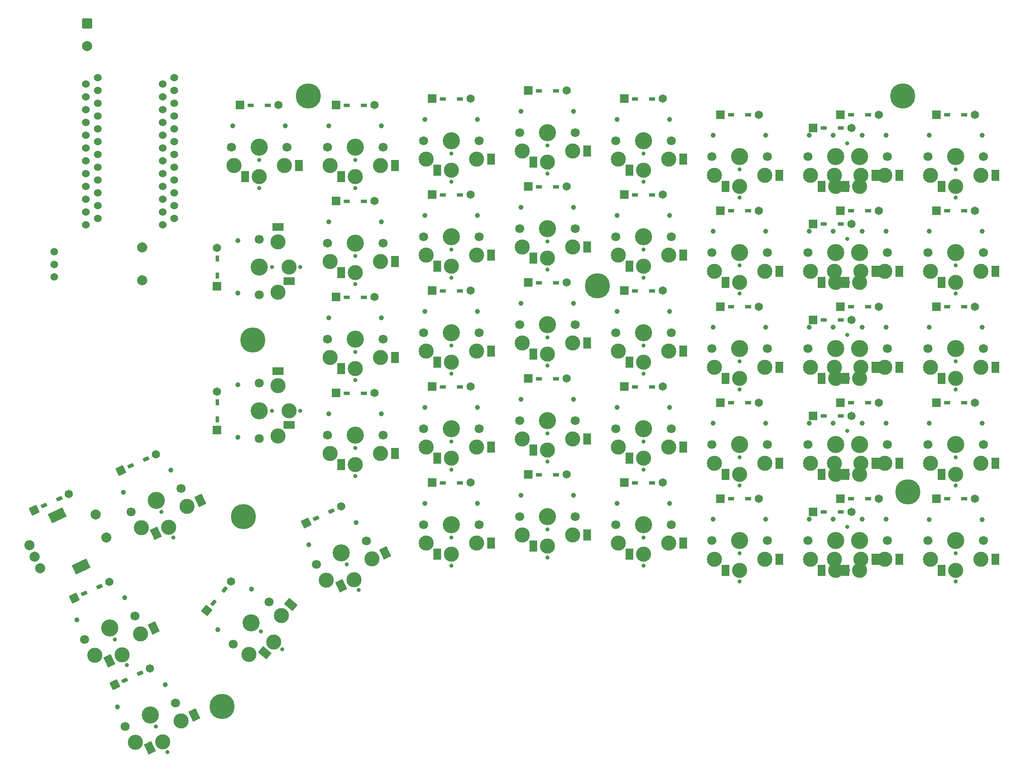
<source format=gts>
%TF.GenerationSoftware,KiCad,Pcbnew,(6.0.5)*%
%TF.CreationDate,2022-08-07T14:06:45-06:00*%
%TF.ProjectId,ErgoDOX,4572676f-444f-4582-9e6b-696361645f70,rev?*%
%TF.SameCoordinates,Original*%
%TF.FileFunction,Soldermask,Top*%
%TF.FilePolarity,Negative*%
%FSLAX46Y46*%
G04 Gerber Fmt 4.6, Leading zero omitted, Abs format (unit mm)*
G04 Created by KiCad (PCBNEW (6.0.5)) date 2022-08-07 14:06:45*
%MOMM*%
%LPD*%
G01*
G04 APERTURE LIST*
G04 Aperture macros list*
%AMRoundRect*
0 Rectangle with rounded corners*
0 $1 Rounding radius*
0 $2 $3 $4 $5 $6 $7 $8 $9 X,Y pos of 4 corners*
0 Add a 4 corners polygon primitive as box body*
4,1,4,$2,$3,$4,$5,$6,$7,$8,$9,$2,$3,0*
0 Add four circle primitives for the rounded corners*
1,1,$1+$1,$2,$3*
1,1,$1+$1,$4,$5*
1,1,$1+$1,$6,$7*
1,1,$1+$1,$8,$9*
0 Add four rect primitives between the rounded corners*
20,1,$1+$1,$2,$3,$4,$5,0*
20,1,$1+$1,$4,$5,$6,$7,0*
20,1,$1+$1,$6,$7,$8,$9,0*
20,1,$1+$1,$8,$9,$2,$3,0*%
%AMRotRect*
0 Rectangle, with rotation*
0 The origin of the aperture is its center*
0 $1 length*
0 $2 width*
0 $3 Rotation angle, in degrees counterclockwise*
0 Add horizontal line*
21,1,$1,$2,0,0,$3*%
G04 Aperture macros list end*
%ADD10C,3.000000*%
%ADD11C,1.800000*%
%ADD12C,3.400000*%
%ADD13C,1.000000*%
%ADD14R,1.600000X2.200000*%
%ADD15C,0.800000*%
%ADD16C,1.651000*%
%ADD17RoundRect,0.051100X0.553900X0.313900X-0.553900X0.313900X-0.553900X-0.313900X0.553900X-0.313900X0*%
%ADD18R,1.651000X1.651000*%
%ADD19R,2.200000X1.600000*%
%ADD20RoundRect,0.051100X-0.313900X0.553900X-0.313900X-0.553900X0.313900X-0.553900X0.313900X0.553900X0*%
%ADD21RotRect,1.600000X2.200000X205.000000*%
%ADD22RoundRect,0.051100X0.369344X0.518578X-0.634664X0.050402X-0.369344X-0.518578X0.634664X-0.050402X0*%
%ADD23RotRect,1.651000X1.651000X205.000000*%
%ADD24RotRect,1.600000X2.200000X230.000000*%
%ADD25RoundRect,0.051100X0.115579X0.626083X-0.596501X-0.222541X-0.115579X-0.626083X0.596501X0.222541X0*%
%ADD26RotRect,1.651000X1.651000X230.000000*%
%ADD27C,2.000000*%
%ADD28RotRect,3.200000X2.000000X25.000000*%
%ADD29C,5.000000*%
%ADD30C,1.524000*%
%ADD31RoundRect,0.250000X-0.750000X0.750000X-0.750000X-0.750000X0.750000X-0.750000X0.750000X0.750000X0*%
%ADD32C,1.500000*%
G04 APERTURE END LIST*
D10*
%TO.C,SW1:13*%
X186690500Y-149102660D03*
D11*
X192190500Y-143202660D03*
X196952500Y-143202660D03*
D10*
X191452500Y-149102660D03*
D12*
X191452500Y-143202660D03*
D13*
X186232500Y-139002660D03*
X181470500Y-139002660D03*
D10*
X196452500Y-146902660D03*
D11*
X181190500Y-143202660D03*
D10*
X191690500Y-146902660D03*
D13*
X196672500Y-139002660D03*
X191910500Y-139002660D03*
D10*
X181690500Y-146902660D03*
D11*
X185952500Y-143202660D03*
D10*
X186452500Y-146902660D03*
D12*
X186690500Y-143202660D03*
D14*
X194590500Y-146902660D03*
X199352500Y-146902660D03*
D15*
X188982500Y-140532660D03*
D14*
X188652500Y-149102660D03*
D15*
X189152500Y-149152660D03*
D14*
X183890500Y-149102660D03*
D16*
X189812500Y-137502660D03*
D17*
X193132500Y-134908660D03*
X187682500Y-137539860D03*
D16*
X195262500Y-134871460D03*
D18*
X182192500Y-137502660D03*
D17*
X189772500Y-134908660D03*
D18*
X187642500Y-134871460D03*
D17*
X184322500Y-137539860D03*
%TD*%
D10*
%TO.C,SW1:10*%
X129540000Y-144330000D03*
D11*
X124040000Y-138430000D03*
D12*
X129540000Y-138430000D03*
D11*
X135040000Y-138430000D03*
D10*
X124540000Y-142130000D03*
D13*
X134760000Y-134230000D03*
X124320000Y-134230000D03*
D10*
X134540000Y-142130000D03*
D14*
X137440000Y-142130000D03*
D15*
X129540000Y-140970000D03*
X129540000Y-146558000D03*
D14*
X126740000Y-144330000D03*
D17*
X131220000Y-130136000D03*
D16*
X133350000Y-130098800D03*
D17*
X127860000Y-130136000D03*
D18*
X125730000Y-130098800D03*
%TD*%
D12*
%TO.C,SW1:9*%
X110490000Y-140027660D03*
D11*
X115990000Y-140027660D03*
D13*
X105270000Y-135827660D03*
D10*
X105490000Y-143727660D03*
D11*
X104990000Y-140027660D03*
D13*
X115710000Y-135827660D03*
D10*
X110490000Y-145927660D03*
X115490000Y-143727660D03*
D15*
X110490000Y-142567660D03*
D14*
X118390000Y-143727660D03*
X107690000Y-145927660D03*
D15*
X110490000Y-148155660D03*
D17*
X112170000Y-131733660D03*
D16*
X114300000Y-131696460D03*
D18*
X106680000Y-131696460D03*
D17*
X108810000Y-131733660D03*
%TD*%
D10*
%TO.C,SW2:13*%
X181690500Y-127852660D03*
X196452500Y-127852660D03*
D13*
X191910500Y-119952660D03*
D11*
X196952500Y-124152660D03*
X185952500Y-124152660D03*
D12*
X191452500Y-124152660D03*
D13*
X181470500Y-119952660D03*
D12*
X186690500Y-124152660D03*
D10*
X186690500Y-130052660D03*
D11*
X181190500Y-124152660D03*
D13*
X186232500Y-119952660D03*
D10*
X186452500Y-127852660D03*
D13*
X196672500Y-119952660D03*
D10*
X191452500Y-130052660D03*
D11*
X192190500Y-124152660D03*
D10*
X191690500Y-127852660D03*
D14*
X199352500Y-127852660D03*
D15*
X188982500Y-121482660D03*
D14*
X194590500Y-127852660D03*
X188652500Y-130052660D03*
D15*
X189152500Y-130102660D03*
D14*
X183890500Y-130052660D03*
D17*
X193132500Y-115858660D03*
D16*
X195262500Y-115821460D03*
D17*
X187682500Y-118489860D03*
D16*
X189812500Y-118452660D03*
D18*
X182192500Y-118452660D03*
D17*
X189772500Y-115858660D03*
X184322500Y-118489860D03*
D18*
X187642500Y-115821460D03*
%TD*%
D13*
%TO.C,SW2:10*%
X134760000Y-115180000D03*
X124320000Y-115180000D03*
D12*
X129540000Y-119380000D03*
D11*
X124040000Y-119380000D03*
D10*
X124540000Y-123080000D03*
X134540000Y-123080000D03*
D11*
X135040000Y-119380000D03*
D10*
X129540000Y-125280000D03*
D14*
X137440000Y-123080000D03*
D15*
X129540000Y-121920000D03*
X129540000Y-127508000D03*
D14*
X126740000Y-125280000D03*
D17*
X131220000Y-111086000D03*
D16*
X133350000Y-111048800D03*
D17*
X127860000Y-111086000D03*
D18*
X125730000Y-111048800D03*
%TD*%
D11*
%TO.C,SW2:9*%
X104990000Y-120977660D03*
D13*
X105270000Y-116777660D03*
D10*
X115490000Y-124677660D03*
X105490000Y-124677660D03*
D13*
X115710000Y-116777660D03*
D10*
X110490000Y-126877660D03*
D11*
X115990000Y-120977660D03*
D12*
X110490000Y-120977660D03*
D15*
X110490000Y-123517660D03*
D14*
X118390000Y-124677660D03*
X107690000Y-126877660D03*
D15*
X110490000Y-129105660D03*
D17*
X112170000Y-112683660D03*
D16*
X114300000Y-112646460D03*
D18*
X106680000Y-112646460D03*
D17*
X108810000Y-112683660D03*
%TD*%
D13*
%TO.C,SW2:7*%
X68190000Y-112265160D03*
X68190000Y-122705160D03*
D10*
X76090000Y-112485160D03*
X76090000Y-122485160D03*
X78290000Y-117485160D03*
D12*
X72390000Y-117485160D03*
D11*
X72390000Y-111985160D03*
X72390000Y-122985160D03*
D15*
X74930000Y-117485160D03*
D19*
X76090000Y-109585160D03*
X78290000Y-120285160D03*
D15*
X80518000Y-117485160D03*
D20*
X64096000Y-115805160D03*
D16*
X64058800Y-113675160D03*
D20*
X64096000Y-119165160D03*
D18*
X64058800Y-121295160D03*
%TD*%
D10*
%TO.C,SW3:13*%
X191452500Y-111002660D03*
D11*
X196952500Y-105102660D03*
X192190500Y-105102660D03*
X185952500Y-105102660D03*
D10*
X186690500Y-111002660D03*
D12*
X186690500Y-105102660D03*
D13*
X191910500Y-100902660D03*
X181470500Y-100902660D03*
D10*
X191690500Y-108802660D03*
X186452500Y-108802660D03*
D12*
X191452500Y-105102660D03*
D10*
X181690500Y-108802660D03*
D11*
X181190500Y-105102660D03*
D13*
X196672500Y-100902660D03*
D10*
X196452500Y-108802660D03*
D13*
X186232500Y-100902660D03*
D14*
X199352500Y-108802660D03*
X194590500Y-108802660D03*
D15*
X188982500Y-102432660D03*
X189152500Y-111052660D03*
D14*
X183890500Y-111002660D03*
X188652500Y-111002660D03*
D17*
X187682500Y-99439860D03*
X193132500Y-96808660D03*
D16*
X195262500Y-96771460D03*
X189812500Y-99402660D03*
D17*
X184322500Y-99439860D03*
D18*
X187642500Y-96771460D03*
D17*
X189772500Y-96808660D03*
D18*
X182192500Y-99402660D03*
%TD*%
D10*
%TO.C,SW3:11*%
X148590000Y-107827660D03*
D11*
X143090000Y-101927660D03*
D10*
X143590000Y-105627660D03*
D13*
X143370000Y-97727660D03*
D11*
X154090000Y-101927660D03*
D13*
X153810000Y-97727660D03*
D10*
X153590000Y-105627660D03*
D12*
X148590000Y-101927660D03*
D15*
X148590000Y-104467660D03*
D14*
X156490000Y-105627660D03*
D15*
X148590000Y-110055660D03*
D14*
X145790000Y-107827660D03*
D16*
X152400000Y-93596460D03*
D17*
X150270000Y-93633660D03*
X146910000Y-93633660D03*
D18*
X144780000Y-93596460D03*
%TD*%
D11*
%TO.C,SW3:10*%
X124040000Y-100330000D03*
D10*
X134540000Y-104030000D03*
D12*
X129540000Y-100330000D03*
D13*
X124320000Y-96130000D03*
D10*
X129540000Y-106230000D03*
D11*
X135040000Y-100330000D03*
D10*
X124540000Y-104030000D03*
D13*
X134760000Y-96130000D03*
D15*
X129540000Y-102870000D03*
D14*
X137440000Y-104030000D03*
X126740000Y-106230000D03*
D15*
X129540000Y-108458000D03*
D17*
X131220000Y-92036000D03*
D16*
X133350000Y-91998800D03*
D17*
X127860000Y-92036000D03*
D18*
X125730000Y-91998800D03*
%TD*%
D10*
%TO.C,SW3:9*%
X110490000Y-107827660D03*
X105490000Y-105627660D03*
D13*
X115710000Y-97727660D03*
D11*
X115990000Y-101927660D03*
D13*
X105270000Y-97727660D03*
D12*
X110490000Y-101927660D03*
D10*
X115490000Y-105627660D03*
D11*
X104990000Y-101927660D03*
D14*
X118390000Y-105627660D03*
D15*
X110490000Y-104467660D03*
X110490000Y-110055660D03*
D14*
X107690000Y-107827660D03*
D16*
X114300000Y-93596460D03*
D17*
X112170000Y-93633660D03*
X108810000Y-93633660D03*
D18*
X106680000Y-93596460D03*
%TD*%
D10*
%TO.C,SW3:8*%
X91440000Y-109097660D03*
D11*
X96940000Y-103197660D03*
D10*
X86440000Y-106897660D03*
D13*
X96660000Y-98997660D03*
D11*
X85940000Y-103197660D03*
D10*
X96440000Y-106897660D03*
D13*
X86220000Y-98997660D03*
D12*
X91440000Y-103197660D03*
D14*
X99340000Y-106897660D03*
D15*
X91440000Y-105737660D03*
D14*
X88640000Y-109097660D03*
D15*
X91440000Y-111325660D03*
D16*
X95250000Y-94866460D03*
D17*
X93120000Y-94903660D03*
D18*
X87630000Y-94866460D03*
D17*
X89760000Y-94903660D03*
%TD*%
D11*
%TO.C,SW4:13*%
X196952500Y-86052660D03*
D13*
X186232500Y-81852660D03*
D10*
X191452500Y-91952660D03*
X196452500Y-89752660D03*
D13*
X191910500Y-81852660D03*
D10*
X186452500Y-89752660D03*
D13*
X181470500Y-81852660D03*
D10*
X186690500Y-91952660D03*
D11*
X185952500Y-86052660D03*
D10*
X181690500Y-89752660D03*
D13*
X196672500Y-81852660D03*
D10*
X191690500Y-89752660D03*
D11*
X181190500Y-86052660D03*
D12*
X191452500Y-86052660D03*
D11*
X192190500Y-86052660D03*
D12*
X186690500Y-86052660D03*
D15*
X188982500Y-83382660D03*
D14*
X194590500Y-89752660D03*
X199352500Y-89752660D03*
X183890500Y-91952660D03*
X188652500Y-91952660D03*
D15*
X189152500Y-92002660D03*
D16*
X189812500Y-80352660D03*
D17*
X193132500Y-77758660D03*
D16*
X195262500Y-77721460D03*
D17*
X187682500Y-80389860D03*
X189772500Y-77758660D03*
D18*
X187642500Y-77721460D03*
X182192500Y-80352660D03*
D17*
X184322500Y-80389860D03*
%TD*%
D13*
%TO.C,SW4:12*%
X162420000Y-81852660D03*
X172860000Y-81852660D03*
D12*
X167640000Y-86052660D03*
D10*
X167640000Y-91952660D03*
X172640000Y-89752660D03*
D11*
X173140000Y-86052660D03*
X162140000Y-86052660D03*
D10*
X162640000Y-89752660D03*
D14*
X175540000Y-89752660D03*
D15*
X167640000Y-88592660D03*
D14*
X164840000Y-91952660D03*
D15*
X167640000Y-94180660D03*
D17*
X169320000Y-77758660D03*
D16*
X171450000Y-77721460D03*
D17*
X165960000Y-77758660D03*
D18*
X163830000Y-77721460D03*
%TD*%
D10*
%TO.C,SW4:11*%
X143590000Y-86577660D03*
D13*
X153810000Y-78677660D03*
D10*
X153590000Y-86577660D03*
D11*
X154090000Y-82877660D03*
D10*
X148590000Y-88777660D03*
D13*
X143370000Y-78677660D03*
D11*
X143090000Y-82877660D03*
D12*
X148590000Y-82877660D03*
D15*
X148590000Y-85417660D03*
D14*
X156490000Y-86577660D03*
X145790000Y-88777660D03*
D15*
X148590000Y-91005660D03*
D16*
X152400000Y-74546460D03*
D17*
X150270000Y-74583660D03*
X146910000Y-74583660D03*
D18*
X144780000Y-74546460D03*
%TD*%
D10*
%TO.C,SW4:10*%
X129540000Y-87180000D03*
D11*
X124040000Y-81280000D03*
D12*
X129540000Y-81280000D03*
D11*
X135040000Y-81280000D03*
D13*
X134760000Y-77080000D03*
D10*
X124540000Y-84980000D03*
X134540000Y-84980000D03*
D13*
X124320000Y-77080000D03*
D15*
X129540000Y-83820000D03*
D14*
X137440000Y-84980000D03*
D15*
X129540000Y-89408000D03*
D14*
X126740000Y-87180000D03*
D16*
X133350000Y-72948800D03*
D17*
X131220000Y-72986000D03*
X127860000Y-72986000D03*
D18*
X125730000Y-72948800D03*
%TD*%
D13*
%TO.C,SW4:9*%
X105270000Y-78677660D03*
D11*
X104990000Y-82877660D03*
D13*
X115710000Y-78677660D03*
D11*
X115990000Y-82877660D03*
D10*
X115490000Y-86577660D03*
D12*
X110490000Y-82877660D03*
D10*
X110490000Y-88777660D03*
X105490000Y-86577660D03*
D14*
X118390000Y-86577660D03*
D15*
X110490000Y-85417660D03*
D14*
X107690000Y-88777660D03*
D15*
X110490000Y-91005660D03*
D17*
X112170000Y-74583660D03*
D16*
X114300000Y-74546460D03*
D17*
X108810000Y-74583660D03*
D18*
X106680000Y-74546460D03*
%TD*%
D13*
%TO.C,SW4:8*%
X96660000Y-79947660D03*
D10*
X86440000Y-87847660D03*
D11*
X85940000Y-84147660D03*
D13*
X86220000Y-79947660D03*
D10*
X91440000Y-90047660D03*
D11*
X96940000Y-84147660D03*
D10*
X96440000Y-87847660D03*
D12*
X91440000Y-84147660D03*
D14*
X99340000Y-87847660D03*
D15*
X91440000Y-86687660D03*
D14*
X88640000Y-90047660D03*
D15*
X91440000Y-92275660D03*
D17*
X93120000Y-75853660D03*
D16*
X95250000Y-75816460D03*
D18*
X87630000Y-75816460D03*
D17*
X89760000Y-75853660D03*
%TD*%
D11*
%TO.C,SW4:7*%
X72390000Y-94410160D03*
D13*
X68190000Y-83690160D03*
D10*
X76090000Y-93910160D03*
X78290000Y-88910160D03*
D12*
X72390000Y-88910160D03*
D11*
X72390000Y-83410160D03*
D13*
X68190000Y-94130160D03*
D10*
X76090000Y-83910160D03*
D15*
X74930000Y-88910160D03*
D19*
X76090000Y-81010160D03*
X78290000Y-91710160D03*
D15*
X80518000Y-88910160D03*
D16*
X64058800Y-85100160D03*
D20*
X64096000Y-87230160D03*
X64096000Y-90590160D03*
D18*
X64058800Y-92720160D03*
%TD*%
D12*
%TO.C,SW0:10*%
X88691000Y-145628000D03*
D13*
X82185077Y-144027575D03*
D10*
X94786227Y-146868248D03*
X85723149Y-151094430D03*
X91184448Y-150975216D03*
D11*
X83706307Y-147952400D03*
D13*
X91646930Y-139615440D03*
D11*
X93675693Y-143303600D03*
D15*
X89764450Y-147930022D03*
D21*
X97414519Y-145642655D03*
D15*
X92126041Y-152994470D03*
D21*
X88646786Y-152158547D03*
D16*
X88623115Y-136467193D03*
D22*
X86708401Y-137401085D03*
D23*
X81717050Y-139687544D03*
D22*
X83663207Y-138821082D03*
%TD*%
D10*
%TO.C,SW0:12*%
X47832149Y-183266430D03*
X56895227Y-179040248D03*
D13*
X53755930Y-171787440D03*
D12*
X50800000Y-177800000D03*
D13*
X44294077Y-176199575D03*
D11*
X55784693Y-175475600D03*
D10*
X53293448Y-183147216D03*
D11*
X45815307Y-180124400D03*
D15*
X51873450Y-180102022D03*
D21*
X59523519Y-177814655D03*
D15*
X54235041Y-185166470D03*
D21*
X50755786Y-184330547D03*
D16*
X50732115Y-168639193D03*
D22*
X48817401Y-169573085D03*
X45772207Y-170993082D03*
D23*
X43826050Y-171859544D03*
%TD*%
D10*
%TO.C,SW0:11*%
X76828302Y-158113092D03*
X70400426Y-165773536D03*
D11*
X67244668Y-163778244D03*
D10*
X75299662Y-163357447D03*
D12*
X70780000Y-159565000D03*
D11*
X74315332Y-155351756D03*
D13*
X64207262Y-160864044D03*
X70917965Y-152866540D03*
D24*
X78692387Y-155891563D03*
D15*
X72725753Y-161197681D03*
X77006409Y-164789578D03*
D24*
X73499857Y-165502371D03*
D25*
X65506311Y-152946765D03*
D16*
X66846951Y-151291179D03*
D25*
X63346544Y-155520674D03*
D26*
X61948910Y-157128437D03*
%TD*%
D10*
%TO.C,SW0:9*%
X45241648Y-165880296D03*
D11*
X37763507Y-162857480D03*
D10*
X39780349Y-165999510D03*
X48843427Y-161773328D03*
D13*
X45704130Y-154520520D03*
X36242277Y-158932655D03*
D12*
X42748200Y-160533080D03*
D11*
X47732893Y-158208680D03*
D15*
X43821650Y-162835102D03*
D21*
X51471719Y-160547735D03*
X42703986Y-167063627D03*
D15*
X46183241Y-167899550D03*
D22*
X40765601Y-152306165D03*
D16*
X42680315Y-151372273D03*
D23*
X35774250Y-154592624D03*
D22*
X37720407Y-153726162D03*
%TD*%
D27*
%TO.C,SW0:7*%
X26845086Y-144172567D03*
X28958177Y-148704106D03*
X27901632Y-146438337D03*
D28*
X32332278Y-138193376D03*
X37065602Y-148344024D03*
D27*
X42099640Y-142576142D03*
X39986549Y-138044603D03*
%TD*%
D13*
%TO.C,SW1:11*%
X153810000Y-135827660D03*
D10*
X143590000Y-143727660D03*
X153590000Y-143727660D03*
D12*
X148590000Y-140027660D03*
D13*
X143370000Y-135827660D03*
D11*
X143090000Y-140027660D03*
X154090000Y-140027660D03*
D10*
X148590000Y-145927660D03*
D15*
X148590000Y-142567660D03*
D14*
X156490000Y-143727660D03*
D15*
X148590000Y-148155660D03*
D14*
X145790000Y-145927660D03*
D16*
X152400000Y-131696460D03*
D17*
X150270000Y-131733660D03*
D18*
X144780000Y-131696460D03*
D17*
X146910000Y-131733660D03*
%TD*%
D11*
%TO.C,SW0:8*%
X46978627Y-137543840D03*
D13*
X45457397Y-133619015D03*
D10*
X58058547Y-136459688D03*
D12*
X51963320Y-135219440D03*
D10*
X54456768Y-140566656D03*
X48995469Y-140685870D03*
D13*
X54919250Y-129206880D03*
D11*
X56948013Y-132895040D03*
D21*
X60686839Y-135234095D03*
D15*
X53036770Y-137521462D03*
D21*
X51919106Y-141749987D03*
D15*
X55398361Y-142585910D03*
D22*
X49980721Y-126992525D03*
D16*
X51895435Y-126058633D03*
D23*
X44989370Y-129278984D03*
D22*
X46935527Y-128412522D03*
%TD*%
D10*
%TO.C,SW5:13*%
X181690500Y-70705200D03*
D11*
X185952500Y-67005200D03*
X196952500Y-67005200D03*
D13*
X181470500Y-62805200D03*
D12*
X191452500Y-67005200D03*
D11*
X181190500Y-67005200D03*
D13*
X196672500Y-62805200D03*
D12*
X186690500Y-67005200D03*
D13*
X186232500Y-62805200D03*
X191910500Y-62805200D03*
D11*
X192190500Y-67005200D03*
D10*
X191690500Y-70705200D03*
X191452500Y-72905200D03*
X186452500Y-70705200D03*
X196452500Y-70705200D03*
X186690500Y-72905200D03*
D14*
X194590500Y-70705200D03*
D15*
X188982500Y-64335200D03*
D14*
X199352500Y-70705200D03*
D15*
X189152500Y-72955200D03*
D14*
X188652500Y-72905200D03*
X183890500Y-72905200D03*
D16*
X195262500Y-58674000D03*
X189812500Y-61305200D03*
D17*
X193132500Y-58711200D03*
X187682500Y-61342400D03*
D18*
X187642500Y-58674000D03*
X182192500Y-61305200D03*
D17*
X184322500Y-61342400D03*
X189772500Y-58711200D03*
%TD*%
D10*
%TO.C,SW5:9*%
X105490000Y-67527660D03*
D11*
X104990000Y-63827660D03*
D13*
X115710000Y-59627660D03*
D12*
X110490000Y-63827660D03*
D13*
X105270000Y-59627660D03*
D10*
X115490000Y-67527660D03*
D11*
X115990000Y-63827660D03*
D10*
X110490000Y-69727660D03*
D15*
X110490000Y-66367660D03*
D14*
X118390000Y-67527660D03*
D15*
X110490000Y-71955660D03*
D14*
X107690000Y-69727660D03*
D16*
X114300000Y-55496460D03*
D17*
X112170000Y-55533660D03*
D18*
X106680000Y-55496460D03*
D17*
X108810000Y-55533660D03*
%TD*%
D13*
%TO.C,SW5:10*%
X134760000Y-58030000D03*
D12*
X129540000Y-62230000D03*
D13*
X124320000Y-58030000D03*
D10*
X124540000Y-65930000D03*
D11*
X135040000Y-62230000D03*
D10*
X134540000Y-65930000D03*
D11*
X124040000Y-62230000D03*
D10*
X129540000Y-68130000D03*
D15*
X129540000Y-64770000D03*
D14*
X137440000Y-65930000D03*
D15*
X129540000Y-70358000D03*
D14*
X126740000Y-68130000D03*
D17*
X131220000Y-53936000D03*
D16*
X133350000Y-53898800D03*
D18*
X125730000Y-53898800D03*
D17*
X127860000Y-53936000D03*
%TD*%
D13*
%TO.C,SW5:11*%
X143370000Y-59627660D03*
D10*
X148590000Y-69727660D03*
D11*
X154090000Y-63827660D03*
D12*
X148590000Y-63827660D03*
D11*
X143090000Y-63827660D03*
D13*
X153810000Y-59627660D03*
D10*
X143590000Y-67527660D03*
X153590000Y-67527660D03*
D15*
X148590000Y-66367660D03*
D14*
X156490000Y-67527660D03*
X145790000Y-69727660D03*
D15*
X148590000Y-71955660D03*
D17*
X150270000Y-55533660D03*
D16*
X152400000Y-55496460D03*
D18*
X144780000Y-55496460D03*
D17*
X146910000Y-55533660D03*
%TD*%
D11*
%TO.C,SW5:12*%
X162140000Y-67005200D03*
D13*
X162420000Y-62805200D03*
D10*
X172640000Y-70705200D03*
D12*
X167640000Y-67005200D03*
D10*
X167640000Y-72905200D03*
D13*
X172860000Y-62805200D03*
D11*
X173140000Y-67005200D03*
D10*
X162640000Y-70705200D03*
D14*
X175540000Y-70705200D03*
D15*
X167640000Y-69545200D03*
X167640000Y-75133200D03*
D14*
X164840000Y-72905200D03*
D16*
X171450000Y-58674000D03*
D17*
X169320000Y-58711200D03*
X165960000Y-58711200D03*
D18*
X163830000Y-58674000D03*
%TD*%
D11*
%TO.C,SW5:8*%
X96940000Y-65100200D03*
D12*
X91440000Y-65100200D03*
D11*
X85940000Y-65100200D03*
D10*
X96440000Y-68800200D03*
D13*
X96660000Y-60900200D03*
D10*
X86440000Y-68800200D03*
X91440000Y-71000200D03*
D13*
X86220000Y-60900200D03*
D14*
X99340000Y-68800200D03*
D15*
X91440000Y-67640200D03*
D14*
X88640000Y-71000200D03*
D15*
X91440000Y-73228200D03*
D16*
X95250000Y-56769000D03*
D17*
X93120000Y-56806200D03*
D18*
X87630000Y-56769000D03*
D17*
X89760000Y-56806200D03*
%TD*%
D10*
%TO.C,SW5:7*%
X72390000Y-71000200D03*
X77390000Y-68800200D03*
D11*
X77890000Y-65100200D03*
D10*
X67390000Y-68800200D03*
D13*
X67170000Y-60900200D03*
X77610000Y-60900200D03*
D12*
X72390000Y-65100200D03*
D11*
X66890000Y-65100200D03*
D15*
X72390000Y-67640200D03*
D14*
X80290000Y-68800200D03*
X69590000Y-71000200D03*
D15*
X72390000Y-73228200D03*
D17*
X74070000Y-56806200D03*
D16*
X76200000Y-56769000D03*
D17*
X70710000Y-56806200D03*
D18*
X68580000Y-56769000D03*
%TD*%
D12*
%TO.C,SW2:11*%
X148590000Y-120977660D03*
D10*
X143590000Y-124677660D03*
D13*
X143370000Y-116777660D03*
D10*
X148590000Y-126877660D03*
X153590000Y-124677660D03*
D13*
X153810000Y-116777660D03*
D11*
X143090000Y-120977660D03*
X154090000Y-120977660D03*
D14*
X156490000Y-124677660D03*
D15*
X148590000Y-123517660D03*
D14*
X145790000Y-126877660D03*
D15*
X148590000Y-129105660D03*
D17*
X150270000Y-112683660D03*
D16*
X152400000Y-112646460D03*
D17*
X146910000Y-112683660D03*
D18*
X144780000Y-112646460D03*
%TD*%
D10*
%TO.C,SW2:8*%
X86440000Y-125947660D03*
D12*
X91440000Y-122247660D03*
D11*
X96940000Y-122247660D03*
D13*
X96660000Y-118047660D03*
X86220000Y-118047660D03*
D10*
X96440000Y-125947660D03*
X91440000Y-128147660D03*
D11*
X85940000Y-122247660D03*
D15*
X91440000Y-124787660D03*
D14*
X99340000Y-125947660D03*
D15*
X91440000Y-130375660D03*
D14*
X88640000Y-128147660D03*
D16*
X95250000Y-113916460D03*
D17*
X93120000Y-113953660D03*
D18*
X87630000Y-113916460D03*
D17*
X89760000Y-113953660D03*
%TD*%
D10*
%TO.C,SW3:12*%
X167640000Y-111002660D03*
D11*
X162140000Y-105102660D03*
D10*
X162640000Y-108802660D03*
D13*
X172860000Y-100902660D03*
D11*
X173140000Y-105102660D03*
D10*
X172640000Y-108802660D03*
D12*
X167640000Y-105102660D03*
D13*
X162420000Y-100902660D03*
D15*
X167640000Y-107642660D03*
D14*
X175540000Y-108802660D03*
D15*
X167640000Y-113230660D03*
D14*
X164840000Y-111002660D03*
D16*
X171450000Y-96771460D03*
D17*
X169320000Y-96808660D03*
D18*
X163830000Y-96771460D03*
D17*
X165960000Y-96808660D03*
%TD*%
D10*
%TO.C,SW2:12*%
X172640000Y-127852660D03*
D13*
X162420000Y-119952660D03*
D12*
X167640000Y-124152660D03*
D11*
X162140000Y-124152660D03*
D13*
X172860000Y-119952660D03*
D10*
X162640000Y-127852660D03*
X167640000Y-130052660D03*
D11*
X173140000Y-124152660D03*
D15*
X167640000Y-126692660D03*
D14*
X175540000Y-127852660D03*
X164840000Y-130052660D03*
D15*
X167640000Y-132280660D03*
D16*
X171450000Y-115821460D03*
D17*
X169320000Y-115858660D03*
X165960000Y-115858660D03*
D18*
X163830000Y-115821460D03*
%TD*%
D13*
%TO.C,SW1:12*%
X172860000Y-139002660D03*
D12*
X167640000Y-143202660D03*
D13*
X162420000Y-139002660D03*
D10*
X162640000Y-146902660D03*
D11*
X173140000Y-143202660D03*
D10*
X172640000Y-146902660D03*
X167640000Y-149102660D03*
D11*
X162140000Y-143202660D03*
D14*
X175540000Y-146902660D03*
D15*
X167640000Y-145742660D03*
D14*
X164840000Y-149102660D03*
D15*
X167640000Y-151330660D03*
D17*
X169320000Y-134908660D03*
D16*
X171450000Y-134871460D03*
D18*
X163830000Y-134871460D03*
D17*
X165960000Y-134908660D03*
%TD*%
D22*
%TO.C,*%
X29720806Y-136293997D03*
%TD*%
D29*
%TO.C,*%
X139471400Y-92684600D03*
%TD*%
D30*
%TO.C,U1*%
X40372900Y-51297000D03*
X53286500Y-52567000D03*
X40372900Y-53837000D03*
X53286500Y-55107000D03*
X53286500Y-57647000D03*
X40372900Y-56377000D03*
X40372900Y-58917000D03*
X53286500Y-60187000D03*
X40372900Y-61457000D03*
X53286500Y-62727000D03*
X40372900Y-63997000D03*
X53286500Y-65267000D03*
X40372900Y-66537000D03*
X53286500Y-67807000D03*
X40372900Y-69077000D03*
X53286500Y-70347000D03*
X53286500Y-72887000D03*
X40372900Y-71617000D03*
X53286500Y-75427000D03*
X40372900Y-74157000D03*
X40372900Y-76697000D03*
X53286500Y-77967000D03*
X53286500Y-80507000D03*
X40372900Y-79237000D03*
X38046500Y-80507000D03*
X55592900Y-79237000D03*
X55592900Y-76697000D03*
X38046500Y-77967000D03*
X38046500Y-75427000D03*
X55592900Y-74157000D03*
X55592900Y-71617000D03*
X38046500Y-72887000D03*
X55592900Y-69077000D03*
X38046500Y-70347000D03*
X55592900Y-66537000D03*
X38046500Y-67807000D03*
X55592900Y-63997000D03*
X38046500Y-65267000D03*
X55592900Y-61457000D03*
X38046500Y-62727000D03*
X38046500Y-60187000D03*
X55592900Y-58917000D03*
X38046500Y-57647000D03*
X55592900Y-56377000D03*
X55592900Y-53837000D03*
X38046500Y-55107000D03*
X38046500Y-52567000D03*
X55592900Y-51297000D03*
%TD*%
D23*
%TO.C,*%
X27774649Y-137160459D03*
%TD*%
D11*
%TO.C,SW11*%
X205002400Y-124150850D03*
D10*
X205502400Y-127850850D03*
D12*
X210502400Y-124150850D03*
D10*
X215502400Y-127850850D03*
X210502400Y-130050850D03*
D13*
X205282400Y-119950850D03*
X215722400Y-119950850D03*
D11*
X216002400Y-124150850D03*
D14*
X218402400Y-127850850D03*
D15*
X210502400Y-126690850D03*
X210502400Y-132278850D03*
D14*
X207702400Y-130050850D03*
D17*
X212182400Y-115856850D03*
D16*
X214312400Y-115819650D03*
D18*
X206692400Y-115819650D03*
D17*
X208822400Y-115856850D03*
%TD*%
D29*
%TO.C,*%
X65074800Y-176098200D03*
%TD*%
D22*
%TO.C,*%
X32766000Y-134874000D03*
%TD*%
D13*
%TO.C,SW11*%
X205282400Y-81855200D03*
D10*
X215502400Y-89755200D03*
D11*
X216002400Y-86055200D03*
D10*
X210502400Y-91955200D03*
D12*
X210502400Y-86055200D03*
D13*
X215722400Y-81855200D03*
D10*
X205502400Y-89755200D03*
D11*
X205002400Y-86055200D03*
D15*
X210502400Y-88595200D03*
D14*
X218402400Y-89755200D03*
X207702400Y-91955200D03*
D15*
X210502400Y-94183200D03*
D16*
X214312400Y-77724000D03*
D17*
X212182400Y-77761200D03*
D18*
X206692400Y-77724000D03*
D17*
X208822400Y-77761200D03*
%TD*%
D29*
%TO.C,*%
X82150000Y-55000000D03*
%TD*%
D31*
%TO.C,BATTERY*%
X38280000Y-40570000D03*
D27*
X38280000Y-45070000D03*
%TD*%
D29*
%TO.C,*%
X71110000Y-103420000D03*
%TD*%
%TO.C,*%
X200990000Y-133590000D03*
%TD*%
D10*
%TO.C,SW11*%
X210502400Y-72905200D03*
D11*
X205002400Y-67005200D03*
D13*
X205282400Y-62805200D03*
D10*
X215502400Y-70705200D03*
D13*
X215722400Y-62805200D03*
D11*
X216002400Y-67005200D03*
D10*
X205502400Y-70705200D03*
D12*
X210502400Y-67005200D03*
D15*
X210502400Y-69545200D03*
D14*
X218402400Y-70705200D03*
D15*
X210502400Y-75133200D03*
D14*
X207702400Y-72905200D03*
D17*
X212182400Y-58711200D03*
D16*
X214312400Y-58674000D03*
D17*
X208822400Y-58711200D03*
D18*
X206692400Y-58674000D03*
%TD*%
D12*
%TO.C,SW11*%
X210502400Y-143210850D03*
D13*
X215722400Y-139010850D03*
D11*
X205002400Y-143210850D03*
X216002400Y-143210850D03*
D10*
X215502400Y-146910850D03*
X205502400Y-146910850D03*
X210502400Y-149110850D03*
D13*
X205282400Y-139010850D03*
D15*
X210502400Y-145750850D03*
D14*
X218402400Y-146910850D03*
D15*
X210502400Y-151338850D03*
D14*
X207702400Y-149110850D03*
D17*
X212182400Y-134916850D03*
D16*
X214312400Y-134879650D03*
D17*
X208822400Y-134916850D03*
D18*
X206692400Y-134879650D03*
%TD*%
D16*
%TO.C,*%
X34680714Y-133940108D03*
%TD*%
D32*
%TO.C,BSW1*%
X31762000Y-90897000D03*
X31762000Y-88397000D03*
X31762000Y-85897000D03*
%TD*%
D11*
%TO.C,SW11*%
X205002400Y-105100850D03*
D12*
X210502400Y-105100850D03*
D11*
X216002400Y-105100850D03*
D13*
X205282400Y-100900850D03*
D10*
X210502400Y-111000850D03*
D13*
X215722400Y-100900850D03*
D10*
X215502400Y-108800850D03*
X205502400Y-108800850D03*
D14*
X218402400Y-108800850D03*
D15*
X210502400Y-107640850D03*
X210502400Y-113228850D03*
D14*
X207702400Y-111000850D03*
D16*
X214312400Y-96769650D03*
D17*
X212182400Y-96806850D03*
D18*
X206692400Y-96769650D03*
D17*
X208822400Y-96806850D03*
%TD*%
D29*
%TO.C,*%
X200000000Y-55000000D03*
%TD*%
D27*
%TO.C,RSW1*%
X49174400Y-85015000D03*
X49174400Y-91515000D03*
%TD*%
D29*
%TO.C,*%
X69290000Y-138460000D03*
%TD*%
M02*

</source>
